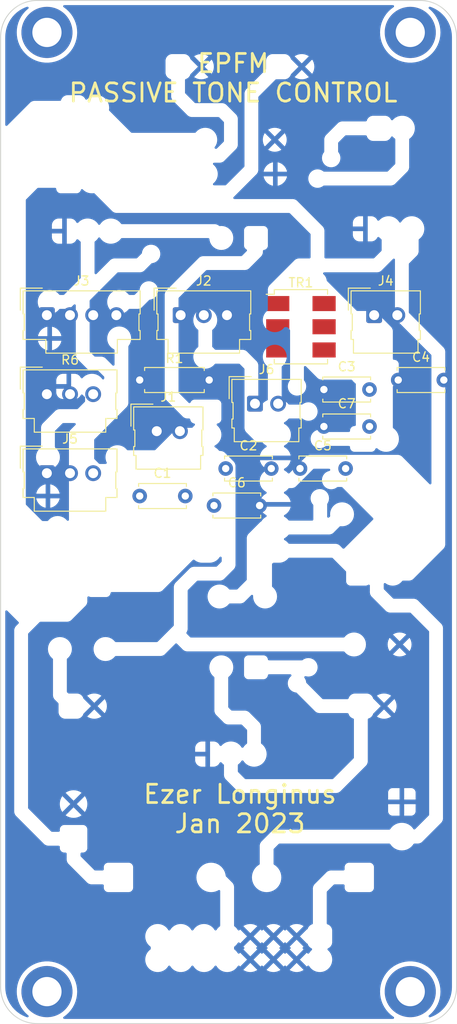
<source format=kicad_pcb>
(kicad_pcb (version 20211014) (generator pcbnew)
  (layers (0 "F.Cu" signal) (31 "B.Cu" signal) (34 "B.Paste" user) (35 "F.Paste" user) (36 "B.SilkS" user "B.Silkscreen") (37 "F.SilkS" user "F.Silkscreen") (38 "B.Mask" user) (39 "F.Mask" user) (44 "Edge.Cuts" user))
  (net 0 "")
  (net 1 "Earth")
  (net 2 "Net-(C1-Pad1)")
  (net 3 "Net-(R1-Pad2)")
  (net 4 "Net-(C2-Pad2)")
  (net 5 "Net-(C3-Pad2)")
  (net 6 "Net-(J1-Pad1)")
  (net 7 "Net-(C4-Pad2)")
  (net 8 "Net-(J4-Pad1)")
  (net 9 "Net-(C5-Pad2)")
  (net 10 "Net-(C6-Pad2)")
  (net 12 "Net-(C7-Pad2)")
  (net 13 "Net-(J5-Pad1)")
  (net 14 "Net-(J5-Pad3)")
  (net 15 "Net-(R6-Pad3)")
  (footprint "MountingHole:MountingHole_3.2mm_M3_DIN965_Pad" (layer "F.Cu") (at 144.92 43.5)
    (fp_text reference "H2")
    (fp_text value "MountingHole")
    (pad "1" thru_hole circle (at 0 0) (size 5.6 5.6) (drill 3.2) (layers *.Cu *.Mask))
  )
  (footprint "Connector_Molex:Molex_SL_171971-0003_1x03_P2.54mm_Vertical" (layer "F.Cu") (at 105.07 83.1)
    (fp_text reference "R6" (at 2.54 -3.75) (layer "F.SilkS"))
    (fp_text value "DEPTH")
    (fp_line (start 7.69 -2.66) (end -2.61 -2.66) (layer "F.SilkS") (width 0.12))
    (fp_line (start -2.61 -0.13) (end -2.48 -0.13) (layer "F.SilkS") (width 0.12))
    (fp_line (start -1.38 2.66) (end -1.38 4.16) (layer "F.SilkS") (width 0.12))
    (fp_line (start -2.48 1.68) (end -2.61 1.68) (layer "F.SilkS") (width 0.12))
    (fp_line (start 7.56 1.68) (end 7.56 -0.13) (layer "F.SilkS") (width 0.12))
    (fp_line (start 6.46 2.66) (end 7.69 2.66) (layer "F.SilkS") (width 0.12))
    (fp_line (start -2.91 -2.96) (end -0.5 -2.96) (layer "F.SilkS") (width 0.12))
    (fp_line (start 6.46 4.16) (end 6.46 2.66) (layer "F.SilkS") (width 0.12))
    (fp_line (start -2.48 -0.13) (end -2.48 1.68) (layer "F.SilkS") (width 0.12))
    (fp_line (start 7.56 -0.13) (end 7.69 -0.13) (layer "F.SilkS") (width 0.12))
    (fp_line (start -2.61 1.68) (end -2.61 2.66) (layer "F.SilkS") (width 0.12))
    (fp_line (start 7.69 -0.13) (end 7.69 -2.66) (layer "F.SilkS") (width 0.12))
    (fp_line (start 7.69 2.66) (end 7.69 1.68) (layer "F.SilkS") (width 0.12))
    (fp_line (start -1.38 4.16) (end 6.46 4.16) (layer "F.SilkS") (width 0.12))
    (fp_line (start -2.61 -2.66) (end -2.61 -0.13) (layer "F.SilkS") (width 0.12))
    (fp_line (start 7.69 1.68) (end 7.56 1.68) (layer "F.SilkS") (width 0.12))
    (fp_line (start -2.91 -0.55) (end -2.91 -2.96) (layer "F.SilkS") (width 0.12))
    (fp_line (start -2.61 2.66) (end -1.38 2.66) (layer "F.SilkS") (width 0.12))
    (pad "1" thru_hole roundrect (at 0 0) (size 1.74 1.74) (drill 1.09) (layers *.Cu *.Mask) (roundrect_rratio 0.143678) (net 1 "Earth"))
    (pad "2" thru_hole circle (at 2.54 0) (size 1.74 1.74) (drill 1.09) (layers *.Cu *.Mask) (net 1 "Earth"))
    (pad "3" thru_hole circle (at 5.08 0) (size 1.74 1.74) (drill 1.09) (layers *.Cu *.Mask) (net 15 "Net-(R6-Pad3)"))
  )
  (footprint "Connector_Molex:Molex_SL_171971-0003_1x03_P2.54mm_Vertical" (layer "F.Cu") (at 105.07 91.75)
    (fp_text reference "J5" (at 2.54 -3.75) (layer "F.SilkS"))
    (fp_text value "COIL_SW")
    (fp_line (start 7.56 1.68) (end 7.56 -0.13) (layer "F.SilkS") (width 0.12))
    (fp_line (start 7.69 2.66) (end 7.69 1.68) (layer "F.SilkS") (width 0.12))
    (fp_line (start -2.91 -2.96) (end -0.5 -2.96) (layer "F.SilkS") (width 0.12))
    (fp_line (start -2.91 -0.55) (end -2.91 -2.96) (layer "F.SilkS") (width 0.12))
    (fp_line (start -2.48 1.68) (end -2.61 1.68) (layer "F.SilkS") (width 0.12))
    (fp_line (start 7.69 -0.13) (end 7.69 -2.66) (layer "F.SilkS") (width 0.12))
    (fp_line (start 7.69 -2.66) (end -2.61 -2.66) (layer "F.SilkS") (width 0.12))
    (fp_line (start -2.61 1.68) (end -2.61 2.66) (layer "F.SilkS") (width 0.12))
    (fp_line (start 6.46 4.16) (end 6.46 2.66) (layer "F.SilkS") (width 0.12))
    (fp_line (start -1.38 4.16) (end 6.46 4.16) (layer "F.SilkS") (width 0.12))
    (fp_line (start 6.46 2.66) (end 7.69 2.66) (layer "F.SilkS") (width 0.12))
    (fp_line (start -1.38 2.66) (end -1.38 4.16) (layer "F.SilkS") (width 0.12))
    (fp_line (start -2.61 -2.66) (end -2.61 -0.13) (layer "F.SilkS") (width 0.12))
    (fp_line (start 7.56 -0.13) (end 7.69 -0.13) (layer "F.SilkS") (width 0.12))
    (fp_line (start 7.69 1.68) (end 7.56 1.68) (layer "F.SilkS") (width 0.12))
    (fp_line (start -2.48 -0.13) (end -2.48 1.68) (layer "F.SilkS") (width 0.12))
    (fp_line (start -2.61 2.66) (end -1.38 2.66) (layer "F.SilkS") (width 0.12))
    (fp_line (start -2.61 -0.13) (end -2.48 -0.13) (layer "F.SilkS") (width 0.12))
    (pad "1" thru_hole roundrect (at 0 0) (size 1.74 1.74) (drill 1.09) (layers *.Cu *.Mask) (roundrect_rratio 0.143678) (net 13 "Net-(J5-Pad1)"))
    (pad "2" thru_hole circle (at 2.54 0) (size 1.74 1.74) (drill 1.09) (layers *.Cu *.Mask) (net 8 "Net-(J4-Pad1)"))
    (pad "3" thru_hole circle (at 5.08 0) (size 1.74 1.74) (drill 1.09) (layers *.Cu *.Mask) (net 14 "Net-(J5-Pad3)"))
  )
  (footprint "Capacitor_THT:C_Disc_D5.0mm_W2.5mm_P5.00mm" (layer "F.Cu") (at 123.4 95.29)
    (fp_text reference "C6" (at 2.5 -2.5) (layer "F.SilkS"))
    (fp_text value "470nF")
    (fp_line (start -0.12 1.055) (end -0.12 1.37) (layer "F.SilkS") (width 0.12))
    (fp_line (start 5.12 -1.37) (end 5.12 -1.055) (layer "F.SilkS") (width 0.12))
    (fp_line (start -0.12 1.37) (end 5.12 1.37) (layer "F.SilkS") (width 0.12))
    (fp_line (start -0.12 -1.37) (end 5.12 -1.37) (layer "F.SilkS") (width 0.12))
    (fp_line (start -0.12 -1.37) (end -0.12 -1.055) (layer "F.SilkS") (width 0.12))
    (fp_line (start 5.12 1.055) (end 5.12 1.37) (layer "F.SilkS") (width 0.12))
    (pad "1" thru_hole circle (at 0 0) (size 1.6 1.6) (drill 0.8) (layers *.Cu *.Mask) (net 3 "Net-(R1-Pad2)"))
    (pad "2" thru_hole circle (at 5 0) (size 1.6 1.6) (drill 0.8) (layers *.Cu *.Mask) (net 10 "Net-(C6-Pad2)"))
  )
  (footprint "Capacitor_THT:C_Disc_D5.0mm_W2.5mm_P5.00mm" (layer "F.Cu") (at 132.83 91.24)
    (fp_text reference "C5" (at 2.5 -2.5) (layer "F.SilkS"))
    (fp_text value "220nF")
    (fp_line (start -0.12 -1.37) (end 5.12 -1.37) (layer "F.SilkS") (width 0.12))
    (fp_line (start -0.12 1.37) (end 5.12 1.37) (layer "F.SilkS") (width 0.12))
    (fp_line (start -0.12 -1.37) (end -0.12 -1.055) (layer "F.SilkS") (width 0.12))
    (fp_line (start 5.12 1.055) (end 5.12 1.37) (layer "F.SilkS") (width 0.12))
    (fp_line (start -0.12 1.055) (end -0.12 1.37) (layer "F.SilkS") (width 0.12))
    (fp_line (start 5.12 -1.37) (end 5.12 -1.055) (layer "F.SilkS") (width 0.12))
    (pad "1" thru_hole circle (at 0 0) (size 1.6 1.6) (drill 0.8) (layers *.Cu *.Mask) (net 3 "Net-(R1-Pad2)"))
    (pad "2" thru_hole circle (at 5 0) (size 1.6 1.6) (drill 0.8) (layers *.Cu *.Mask) (net 9 "Net-(C5-Pad2)"))
  )
  (footprint "Capacitor_THT:C_Disc_D5.0mm_W2.5mm_P5.00mm" (layer "F.Cu") (at 135.45 86.64)
    (fp_text reference "C7" (at 2.5 -2.5) (layer "F.SilkS"))
    (fp_text value "1uF")
    (fp_line (start 5.12 1.055) (end 5.12 1.37) (layer "F.SilkS") (width 0.12))
    (fp_line (start -0.12 1.055) (end -0.12 1.37) (layer "F.SilkS") (width 0.12))
    (fp_line (start -0.12 -1.37) (end -0.12 -1.055) (layer "F.SilkS") (width 0.12))
    (fp_line (start -0.12 -1.37) (end 5.12 -1.37) (layer "F.SilkS") (width 0.12))
    (fp_line (start -0.12 1.37) (end 5.12 1.37) (layer "F.SilkS") (width 0.12))
    (fp_line (start 5.12 -1.37) (end 5.12 -1.055) (layer "F.SilkS") (width 0.12))
    (pad "1" thru_hole circle (at 0 0) (size 1.6 1.6) (drill 0.8) (layers *.Cu *.Mask) (net 3 "Net-(R1-Pad2)"))
    (pad "2" thru_hole circle (at 5 0) (size 1.6 1.6) (drill 0.8) (layers *.Cu *.Mask) (net 12 "Net-(C7-Pad2)"))
  )
  (footprint "Connector_Molex:Molex_SL_171971-0002_1x02_P2.54mm_Vertical" (layer "F.Cu") (at 117.12 87.15)
    (fp_text reference "J1" (at 1.27 -3.75) (layer "F.SilkS"))
    (fp_text value "Input")
    (fp_line (start -2.53 1.68) (end -2.53 2.66) (layer "F.SilkS") (width 0.12))
    (fp_line (start -2.4 -0.13) (end -2.4 1.68) (layer "F.SilkS") (width 0.12))
    (fp_line (start -2.27 2.66) (end -2.27 4.16) (layer "F.SilkS") (width 0.12))
    (fp_line (start 4.81 2.66) (end 5.07 2.66) (layer "F.SilkS") (width 0.12))
    (fp_line (start -2.53 -2.66) (end -2.53 -0.13) (layer "F.SilkS") (width 0.12))
    (fp_line (start 5.07 1.68) (end 4.94 1.68) (layer "F.SilkS") (width 0.12))
    (fp_line (start -2.83 -0.55) (end -2.83 -2.96) (layer "F.SilkS") (width 0.12))
    (fp_line (start -2.27 4.16) (end 4.81 4.16) (layer "F.SilkS") (width 0.12))
    (fp_line (start 5.07 -2.66) (end -2.53 -2.66) (layer "F.SilkS") (width 0.12))
    (fp_line (start -2.53 2.66) (end -2.27 2.66) (layer "F.SilkS") (width 0.12))
    (fp_line (start 4.94 -0.13) (end 5.07 -0.13) (layer "F.SilkS") (width 0.12))
    (fp_line (start 5.07 -0.13) (end 5.07 -2.66) (layer "F.SilkS") (width 0.12))
    (fp_line (start 4.81 4.16) (end 4.81 2.66) (layer "F.SilkS") (width 0.12))
    (fp_line (start 4.94 1.68) (end 4.94 -0.13) (layer "F.SilkS") (width 0.12))
    (fp_line (start -2.53 -0.13) (end -2.4 -0.13) (layer "F.SilkS") (width 0.12))
    (fp_line (start 5.07 2.66) (end 5.07 1.68) (layer "F.SilkS") (width 0.12))
    (fp_line (start -2.4 1.68) (end -2.53 1.68) (layer "F.SilkS") (width 0.12))
    (fp_line (start -2.83 -2.96) (end -0.42 -2.96) (layer "F.SilkS") (width 0.12))
    (pad "1" thru_hole roundrect (at 0 0) (size 1.74 1.74) (drill 1.09) (layers *.Cu *.Mask) (roundrect_rratio 0.143678) (net 6 "Net-(J1-Pad1)"))
    (pad "2" thru_hole circle (at 2.54 0) (size 1.74 1.74) (drill 1.09) (layers *.Cu *.Mask) (net 1 "Earth"))
  )
  (footprint "Resistor_THT:R_Axial_DIN0207_L6.3mm_D2.5mm_P7.62mm_Horizontal" (layer "F.Cu") (at 115.25 81.55)
    (fp_text reference "R1" (at 3.81 -2.37) (layer "F.SilkS"))
    (fp_text value "47k")
    (fp_line (start 0.54 1.04) (end 0.54 1.37) (layer "F.SilkS") (width 0.12))
    (fp_line (start 0.54 1.37) (end 7.08 1.37) (layer "F.SilkS") (width 0.12))
    (fp_line (start 7.08 -1.37) (end 7.08 -1.04) (layer "F.SilkS") (width 0.12))
    (fp_line (start 0.54 -1.04) (end 0.54 -1.37) (layer "F.SilkS") (width 0.12))
    (fp_line (start 7.08 1.37) (end 7.08 1.04) (layer "F.SilkS") (width 0.12))
    (fp_line (start 0.54 -1.37) (end 7.08 -1.37) (layer "F.SilkS") (width 0.12))
    (pad "1" thru_hole circle (at 0 0) (size 1.6 1.6) (drill 0.8) (layers *.Cu *.Mask) (net 6 "Net-(J1-Pad1)"))
    (pad "2" thru_hole oval (at 7.62 0) (size 1.6 1.6) (drill 0.8) (layers *.Cu *.Mask) (net 3 "Net-(R1-Pad2)"))
  )
  (footprint "RF_Mini-Circuits:Mini-Circuits_CD637_H5.23mm" (layer "F.Cu") (at 132.93 75.72)
    (fp_text reference "TR1" (at 0 -4.826) (layer "F.SilkS"))
    (fp_text value "ADTT1-6")
    (fp_line (start 2.921 -3.556) (end 2.921 -4.064) (layer "F.SilkS") (width 0.12))
    (fp_line (start -2.921 -3.556) (end -3.81 -3.556) (layer "F.SilkS") (width 0.12))
    (fp_line (start -2.921 -4.064) (end -2.921 -3.556) (layer "F.SilkS") (width 0.12))
    (fp_line (start -2.921 3.556) (end -2.921 4.064) (layer "F.SilkS") (width 0.12))
    (fp_line (start 2.921 4.064) (end 2.921 3.556) (layer "F.SilkS") (width 0.12))
    (fp_line (start -2.921 4.064) (end 2.921 4.064) (layer "F.SilkS") (width 0.12))
    (fp_line (start 2.921 -4.064) (end -2.921 -4.064) (layer "F.SilkS") (width 0.12))
    (pad "1" smd rect (at -2.54 -2.54) (size 2.54 1.65) (layers "F.Cu" "F.Paste" "F.Mask"))
    (pad "2" smd rect (at -2.54 0) (size 2.54 1.65) (layers "F.Cu" "F.Paste" "F.Mask"))
    (pad "3" smd rect (at -2.54 2.54) (size 2.54 1.65) (layers "F.Cu" "F.Paste" "F.Mask"))
    (pad "4" smd rect (at 2.54 2.54) (size 2.54 1.65) (layers "F.Cu" "F.Paste" "F.Mask") (net 15 "Net-(R6-Pad3)"))
    (pad "5" smd rect (at 2.54 0) (size 2.54 1.65) (layers "F.Cu" "F.Paste" "F.Mask") (net 14 "Net-(J5-Pad3)"))
    (pad "6" smd rect (at 2.54 -2.54) (size 2.54 1.65) (layers "F.Cu" "F.Paste" "F.Mask") (net 13 "Net-(J5-Pad1)"))
  )
  (footprint "Connector_Molex:Molex_SL_171971-0002_1x02_P2.54mm_Vertical" (layer "F.Cu") (at 140.96 74.45)
    (fp_text reference "J4" (at 1.27 -3.75) (layer "F.SilkS"))
    (fp_text value "FREQ_COMM")
    (fp_line (start -2.53 2.66) (end -2.27 2.66) (layer "F.SilkS") (width 0.12))
    (fp_line (start 5.07 -0.13) (end 5.07 -2.66) (layer "F.SilkS") (width 0.12))
    (fp_line (start 4.81 2.66) (end 5.07 2.66) (layer "F.SilkS") (width 0.12))
    (fp_line (start 5.07 1.68) (end 4.94 1.68) (layer "F.SilkS") (width 0.12))
    (fp_line (start 5.07 -2.66) (end -2.53 -2.66) (layer "F.SilkS") (width 0.12))
    (fp_line (start -2.53 -2.66) (end -2.53 -0.13) (layer "F.SilkS") (width 0.12))
    (fp_line (start -2.27 2.66) (end -2.27 4.16) (layer "F.SilkS") (width 0.12))
    (fp_line (start -2.83 -0.55) (end -2.83 -2.96) (layer "F.SilkS") (width 0.12))
    (fp_line (start -2.4 -0.13) (end -2.4 1.68) (layer "F.SilkS") (width 0.12))
    (fp_line (start 4.94 -0.13) (end 5.07 -0.13) (layer "F.SilkS") (width 0.12))
    (fp_line (start -2.53 -0.13) (end -2.4 -0.13) (layer "F.SilkS") (width 0.12))
    (fp_line (start -2.27 4.16) (end 4.81 4.16) (layer "F.SilkS") (width 0.12))
    (fp_line (start 4.94 1.68) (end 4.94 -0.13) (layer "F.SilkS") (width 0.12))
    (fp_line (start 5.07 2.66) (end 5.07 1.68) (layer "F.SilkS") (width 0.12))
    (fp_line (start -2.83 -2.96) (end -0.42 -2.96) (layer "F.SilkS") (width 0.12))
    (fp_line (start -2.53 1.68) (end -2.53 2.66) (layer "F.SilkS") (width 0.12))
    (fp_line (start 4.81 4.16) (end 4.81 2.66) (layer "F.SilkS") (width 0.12))
    (fp_line (start -2.4 1.68) (end -2.53 1.68) (layer "F.SilkS") (width 0.12))
    (pad "1" thru_hole roundrect (at 0 0) (size 1.74 1.74) (drill 1.09) (layers *.Cu *.Mask) (roundrect_rratio 0.143678) (net 8 "Net-(J4-Pad1)"))
    (pad "2" thru_hole circle (at 2.54 0) (size 1.74 1.74) (drill 1.09) (layers *.Cu *.Mask))
  )
  (footprint "Capacitor_THT:C_Disc_D5.0mm_W2.5mm_P5.00mm" (layer "F.Cu") (at 135.45 82.59)
    (fp_text reference "C3" (at 2.5 -2.5) (layer "F.SilkS"))
    (fp_text value "47nF")
    (fp_line (start 5.12 -1.37) (end 5.12 -1.055) (layer "F.SilkS") (width 0.12))
    (fp_line (start -0.12 -1.37) (end 5.12 -1.37) (layer "F.SilkS") (width 0.12))
    (fp_line (start 5.12 1.055) (end 5.12 1.37) (layer "F.SilkS") (width 0.12))
    (fp_line (start -0.12 1.37) (end 5.12 1.37) (layer "F.SilkS") (width 0.12))
    (fp_line (start -0.12 -1.37) (end -0.12 -1.055) (layer "F.SilkS") (width 0.12))
    (fp_line (start -0.12 1.055) (end -0.12 1.37) (layer "F.SilkS") (width 0.12))
    (pad "1" thru_hole circle (at 0 0) (size 1.6 1.6) (drill 0.8) (layers *.Cu *.Mask) (net 3 "Net-(R1-Pad2)"))
    (pad "2" thru_hole circle (at 5 0) (size 1.6 1.6) (drill 0.8) (layers *.Cu *.Mask) (net 5 "Net-(C3-Pad2)"))
  )
  (footprint "Capacitor_THT:C_Disc_D5.0mm_W2.5mm_P5.00mm" (layer "F.Cu") (at 143.6 81.55)
    (fp_text reference "C4" (at 2.5 -2.5) (layer "F.SilkS"))
    (fp_text value "100nF")
    (fp_line (start 5.12 1.055) (end 5.12 1.37) (layer "F.SilkS") (width 0.12))
    (fp_line (start -0.12 1.055) (end -0.12 1.37) (layer "F.SilkS") (width 0.12))
    (fp_line (start -0.12 1.37) (end 5.12 1.37) (layer "F.SilkS") (width 0.12))
    (fp_line (start -0.12 -1.37) (end 5.12 -1.37) (layer "F.SilkS") (width 0.12))
    (fp_line (start -0.12 -1.37) (end -0.12 -1.055) (layer "F.SilkS") (width 0.12))
    (fp_line (start 5.12 -1.37) (end 5.12 -1.055) (layer "F.SilkS") (width 0.12))
    (pad "1" thru_hole circle (at 0 0) (size 1.6 1.6) (drill 0.8) (layers *.Cu *.Mask) (net 3 "Net-(R1-Pad2)"))
    (pad "2" thru_hole circle (at 5 0) (size 1.6 1.6) (drill 0.8) (layers *.Cu *.Mask) (net 7 "Net-(C4-Pad2)"))
  )
  (footprint "Capacitor_THT:C_Disc_D5.0mm_W2.5mm_P5.00mm" (layer "F.Cu") (at 124.68 91.24)
    (fp_text reference "C2" (at 2.5 -2.5) (layer "F.SilkS"))
    (fp_text value "22nF")
    (fp_line (start -0.12 -1.37) (end -0.12 -1.055) (layer "F.SilkS") (width 0.12))
    (fp_line (start 5.12 -1.37) (end 5.12 -1.055) (layer "F.SilkS") (width 0.12))
    (fp_line (start 5.12 1.055) (end 5.12 1.37) (layer "F.SilkS") (width 0.12))
    (fp_line (start -0.12 1.055) (end -0.12 1.37) (layer "F.SilkS") (width 0.12))
    (fp_line (start -0.12 -1.37) (end 5.12 -1.37) (layer "F.SilkS") (width 0.12))
    (fp_line (start -0.12 1.37) (end 5.12 1.37) (layer "F.SilkS") (width 0.12))
    (pad "1" thru_hole circle (at 0 0) (size 1.6 1.6) (drill 0.8) (layers *.Cu *.Mask) (net 3 "Net-(R1-Pad2)"))
    (pad "2" thru_hole circle (at 5 0) (size 1.6 1.6) (drill 0.8) (layers *.Cu *.Mask) (net 4 "Net-(C2-Pad2)"))
  )
  (footprint "Connector_Molex:Molex_SL_171971-0002_1x02_P2.54mm_Vertical" (layer "F.Cu") (at 127.89 84.14)
    (fp_text reference "J6" (at 1.27 -3.75) (layer "F.SilkS"))
    (fp_text value "Output")
    (fp_line (start -2.53 1.68) (end -2.53 2.66) (layer "F.SilkS") (width 0.12))
    (fp_line (start -2.83 -2.96) (end -0.42 -2.96) (layer "F.SilkS") (width 0.12))
    (fp_line (start 5.07 1.68) (end 4.94 1.68) (layer "F.SilkS") (width 0.12))
    (fp_line (start 4.81 4.16) (end 4.81 2.66) (layer "F.SilkS") (width 0.12))
    (fp_line (start 4.94 -0.13) (end 5.07 -0.13) (layer "F.SilkS") (width 0.12))
    (fp_line (start -2.83 -0.55) (end -2.83 -2.96) (layer "F.SilkS") (width 0.12))
    (fp_line (start 5.07 -0.13) (end 5.07 -2.66) (layer "F.SilkS") (width 0.12))
    (fp_line (start 4.81 2.66) (end 5.07 2.66) (layer "F.SilkS") (width 0.12))
    (fp_line (start 4.94 1.68) (end 4.94 -0.13) (layer "F.SilkS") (width 0.12))
    (fp_line (start 5.07 2.66) (end 5.07 1.68) (layer "F.SilkS") (width 0.12))
    (fp_line (start -2.53 -2.66) (end -2.53 -0.13) (layer "F.SilkS") (width 0.12))
    (fp_line (start -2.53 -0.13) (end -2.4 -0.13) (layer "F.SilkS") (width 0.12))
    (fp_line (start 5.07 -2.66) (end -2.53 -2.66) (layer "F.SilkS") (width 0.12))
    (fp_line (start -2.53 2.66) (end -2.27 2.66) (layer "F.SilkS") (width 0.12))
    (fp_line (start -2.27 2.66) (end -2.27 4.16) (layer "F.SilkS") (width 0.12))
    (fp_line (start -2.27 4.16) (end 4.81 4.16) (layer "F.SilkS") (width 0.12))
    (fp_line (start -2.4 -0.13) (end -2.4 1.68) (layer "F.SilkS") (width 0.12))
    (fp_line (start -2.4 1.68) (end -2.53 1.68) (layer "F.SilkS") (width 0.12))
    (pad "1" thru_hole roundrect (at 0 0) (size 1.74 1.74) (drill 1.09) (layers *.Cu *.Mask) (roundrect_rratio 0.143678) (net 3 "Net-(R1-Pad2)"))
    (pad "2" thru_hole circle (at 2.54 0) (size 1.74 1.74) (drill 1.09) (layers *.Cu *.Mask) (net 1 "Earth"))
  )
  (footprint "MountingHole:MountingHole_3.2mm_M3_DIN965_Pad" (layer "F.Cu") (at 144.92 148.5)
    (fp_text reference "H4")
    (fp_text value "MountingHole")
    (pad "1" thru_hole circle (at 0 0) (size 5.6 5.6) (drill 3.2) (layers *.Cu *.Mask))
  )
  (footprint "MountingHole:MountingHole_3.2mm_M3_DIN965_Pad" (layer "F.Cu") (at 105.08 43.5)
    (fp_text reference "H1")
    (fp_text value "MountingHole")
    (pad "1" thru_hole circle (at 0 0) (size 5.6 5.6) (drill 3.2) (layers *.Cu *.Mask))
  )
  (footprint "Capacitor_THT:C_Disc_D5.0mm_W2.5mm_P5.00mm" (layer "F.Cu") (at 115.25 94.25)
    (fp_text reference "C1" (at 2.5 -2.5) (layer "F.SilkS"))
    (fp_text value "10nF")
    (fp_line (start -0.12 1.055) (end -0.12 1.37) (layer "F.SilkS") (width 0.12))
    (fp_line (start 5.12 1.055) (end 5.12 1.37) (layer "F.SilkS") (width 0.12))
    (fp_line (start -0.12 1.37) (end 5.12 1.37) (layer "F.SilkS") (width 0.12))
    (fp_line (start 5.12 -1.37) (end 5.12 -1.055) (layer "F.SilkS") (width 0.12))
    (fp_line (start -0.12 -1.37) (end 5.12 -1.37) (layer "F.SilkS") (width 0.12))
    (fp_line (start -0.12 -1.37) (end -0.12 -1.055) (layer "F.SilkS") (width 0.12))
    (pad "1" thru_hole circle (at 0 0) (size 1.6 1.6) (drill 0.8) (layers *.Cu *.Mask) (net 2 "Net-(C1-Pad1)"))
    (pad "2" thru_hole circle (at 5 0) (size 1.6 1.6) (drill 0.8) (layers *.Cu *.Mask) (net 3 "Net-(R1-Pad2)"))
  )
  (footprint "Connector_Molex:Molex_SL_171971-0003_1x03_P2.54mm_Vertical" (layer "F.Cu") (at 119.74 74.45)
    (fp_text reference "J2" (at 2.54 -3.75) (layer "F.SilkS"))
    (fp_text value "FREQ_A")
    (fp_line (start 6.46 2.66) (end 7.69 2.66) (layer "F.SilkS") (width 0.12))
    (fp_line (start -2.91 -0.55) (end -2.91 -2.96) (layer "F.SilkS") (width 0.12))
    (fp_line (start -2.91 -2.96) (end -0.5 -2.96) (layer "F.SilkS") (width 0.12))
    (fp_line (start 7.69 2.66) (end 7.69 1.68) (layer "F.SilkS") (width 0.12))
    (fp_line (start -2.48 -0.13) (end -2.48 1.68) (layer "F.SilkS") (width 0.12))
    (fp_line (start 7.69 -0.13) (end 7.69 -2.66) (layer "F.SilkS") (width 0.12))
    (fp_line (start -2.61 1.68) (end -2.61 2.66) (layer "F.SilkS") (width 0.12))
    (fp_line (start -2.48 1.68) (end -2.61 1.68) (layer "F.SilkS") (width 0.12))
    (fp_line (start 7.69 -2.66) (end -2.61 -2.66) (layer "F.SilkS") (width 0.12))
    (fp_line (start -2.61 2.66) (end -1.38 2.66) (layer "F.SilkS") (width 0.12))
    (fp_line (start -2.61 -2.66) (end -2.61 -0.13) (layer "F.SilkS") (width 0.12))
    (fp_line (start -2.61 -0.13) (end -2.48 -0.13) (layer "F.SilkS") (width 0.12))
    (fp_line (start -1.38 2.66) (end -1.38 4.16) (layer "F.SilkS") (width 0.12))
    (fp_line (start 7.56 -0.13) (end 7.69 -0.13) (layer "F.SilkS") (width 0.12))
    (fp_line (start 6.46 4.16) (end 6.46 2.66) (layer "F.SilkS") (width 0.12))
    (fp_line (start 7.69 1.68) (end 7.56 1.68) (layer "F.SilkS") (width 0.12))
    (fp_line (start 7.56 1.68) (end 7.56 -0.13) (layer "F.SilkS") (width 0.12))
    (fp_line (start -1.38 4.16) (end 6.46 4.16) (layer "F.SilkS") (width 0.12))
    (pad "1" thru_hole roundrect (at 0 0) (size 1.74 1.74) (drill 1.09) (layers *.Cu *.Mask) (roundrect_rratio 0.143678) (net 2 "Net-(C1-Pad1)"))
    (pad "2" thru_hole circle (at 2.54 0) (size 1.74 1.74) (drill 1.09) (layers *.Cu *.Mask) (net 4 "Net-(C2-Pad2)"))
    (pad "3" thru_hole circle (at 5.08 0) (size 1.74 1.74) (drill 1.09) (layers *.Cu *.Mask) (net 5 "Net-(C3-Pad2)"))
  )
  (footprint "Connector_Molex:Molex_SL_171971-0004_1x04_P2.54mm_Vertical" (layer "F.Cu") (at 105.07 74.45)
    (fp_text reference "J3" (at 3.81 -3.75) (layer "F.SilkS"))
    (fp_text value "FREQ_B")
    (fp_line (start 10.23 2.66) (end 10.23 1.68) (layer "F.SilkS") (width 0.12))
    (fp_line (start -2.91 -0.55) (end -2.91 -2.96) (layer "F.SilkS") (width 0.12))
    (fp_line (start 7.73 2.66) (end 10.23 2.66) (layer "F.SilkS") (width 0.12))
    (fp_line (start -2.61 -2.66) (end -2.61 -0.13) (layer "F.SilkS") (width 0.12))
    (fp_line (start -2.61 1.68) (end -2.61 2.66) (layer "F.SilkS") (width 0.12))
    (fp_line (start 10.23 1.68) (end 10.1 1.68) (layer "F.SilkS") (width 0.12))
    (fp_line (start -2.48 1.68) (end -2.61 1.68) (layer "F.SilkS") (width 0.12))
    (fp_line (start -0.11 4.16) (end 7.73 4.16) (layer "F.SilkS") (width 0.12))
    (fp_line (start -2.61 -0.13) (end -2.48 -0.13) (layer "F.SilkS") (width 0.12))
    (fp_line (start 10.23 -0.13) (end 10.23 -2.66) (layer "F.SilkS") (width 0.12))
    (fp_line (start -0.11 2.66) (end -0.11 4.16) (layer "F.SilkS") (width 0.12))
    (fp_line (start 7.73 4.16) (end 7.73 2.66) (layer "F.SilkS") (width 0.12))
    (fp_line (start 10.23 -2.66) (end -2.61 -2.66) (layer "F.SilkS") (width 0.12))
    (fp_line (start -2.48 -0.13) (end -2.48 1.68) (layer "F.SilkS") (width 0.12))
    (fp_line (start 10.1 1.68) (end 10.1 -0.13) (layer "F.SilkS") (width 0.12))
    (fp_line (start 10.1 -0.13) (end 10.23 -0.13) (layer "F.SilkS") (width 0.12))
    (fp_line (start -2.91 -2.96) (end -0.5 -2.96) (layer "F.SilkS") (width 0.12))
    (fp_line (start -2.61 2.66) (end -0.11 2.66) (layer "F.SilkS") (width 0.12))
    (pad "1" thru_hole roundrect (at 0 0) (size 1.74 1.74) (drill 1.09) (layers *.Cu *.Mask) (roundrect_rratio 0.143678) (net 7 "Net-(C4-Pad2)"))
    (pad "2" thru_hole circle (at 2.54 0) (size 1.74 1.74) (drill 1.09) (layers *.Cu *.Mask) (net 9 "Net-(C5-Pad2)"))
    (pad "3" thru_hole circle (at 5.08 0) (size 1.74 1.74) (drill 1.09) (layers *.Cu *.Mask) (net 10 "Net-(C6-Pad2)"))
    (pad "4" thru_hole circle (at 7.62 0) (size 1.74 1.74) (drill 1.09) (layers *.Cu *.Mask) (net 12 "Net-(C7-Pad2)"))
  )
  (footprint "MountingHole:MountingHole_3.2mm_M3_DIN965_Pad" (layer "F.Cu") (at 105.08 148.5)
    (fp_text reference "H3")
    (fp_text value "MountingHole")
    (pad "1" thru_hole circle (at 0 0) (size 5.6 5.6) (drill 3.2) (layers *.Cu *.Mask))
  )
  (gr_arc (start 150 148) (mid 148.828427 150.828427) (end 146 152) (layer "Edge.Cuts") (width 0.1))
  (gr_arc (start 100 44) (mid 101.171573 41.171573) (end 104 40) (layer "Edge.Cuts") (width 0.1))
  (gr_line (start 146 40) (end 104 40) (layer "Edge.Cuts") (width 0.1))
  (gr_line (start 104 152) (end 146 152) (layer "Edge.Cuts") (width 0.1))
  (gr_line (start 100 148) (end 100 44) (layer "Edge.Cuts") (width 0.1))
  (gr_arc (start 104 152) (mid 101.171573 150.828427) (end 100 148) (layer "Edge.Cuts") (width 0.1))
  (gr_arc (start 146 40) (mid 148.828427 41.171573) (end 150 44) (layer "Edge.Cuts") (width 0.1))
  (gr_line (start 150 44) (end 150 148) (layer "Edge.Cuts") (width 0.1))
  (gr_text "EPFM\nPASSIVE TONE CONTROL\n" (at 125.5 48.5) (layer "F.SilkS") (effects (font (size 2 2) (thickness 0.3))))
  (gr_text "Ezer Longinus\nJan 2023" (at 126.25 128.5) (layer "F.SilkS") (effects (font (size 2 2) (thickness 0.3))))
  (zone (net 1) (net_name "Earth") (layer "B.Cu") (connect_pads (clearance 0.508)) (min_thickness 0.254) (fill yes (thermal_gap 0.508) (thermal_bridge_width 0.508))
    (polygon (pts (xy 150 152) (xy 100 152) (xy 100 40) (xy 150 40)))
  )
)
</source>
